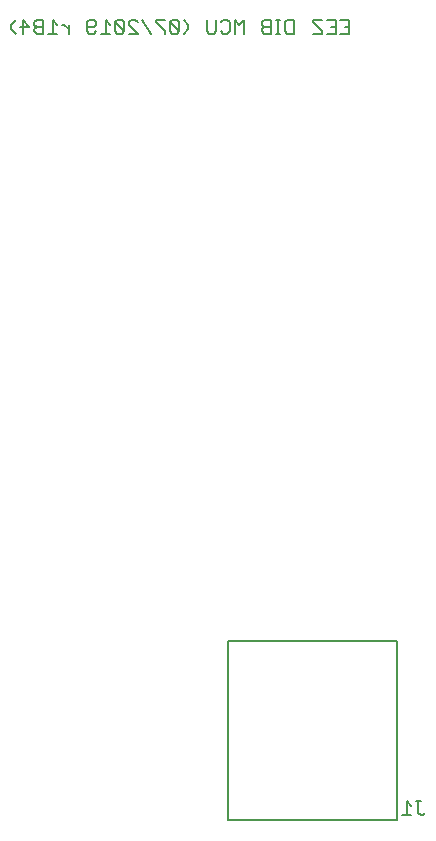
<source format=gbo>
G75*
%MOIN*%
%OFA0B0*%
%FSLAX25Y25*%
%IPPOS*%
%LPD*%
%AMOC8*
5,1,8,0,0,1.08239X$1,22.5*
%
%ADD10C,0.00500*%
D10*
X0241660Y0156020D02*
X0297762Y0156020D01*
X0297762Y0215862D01*
X0241660Y0215862D01*
X0241660Y0156020D01*
X0299637Y0157789D02*
X0302639Y0157789D01*
X0301138Y0157789D02*
X0301138Y0162293D01*
X0302639Y0160792D01*
X0304240Y0162293D02*
X0305742Y0162293D01*
X0304991Y0162293D02*
X0304991Y0158540D01*
X0305742Y0157789D01*
X0306492Y0157789D01*
X0307243Y0158540D01*
X0282048Y0418211D02*
X0279045Y0418211D01*
X0277444Y0418211D02*
X0274441Y0418211D01*
X0272840Y0418211D02*
X0269837Y0418211D01*
X0272840Y0418211D02*
X0272840Y0418962D01*
X0269837Y0421965D01*
X0269837Y0422715D01*
X0272840Y0422715D01*
X0274441Y0422715D02*
X0277444Y0422715D01*
X0277444Y0418211D01*
X0277444Y0420463D02*
X0275943Y0420463D01*
X0279045Y0422715D02*
X0282048Y0422715D01*
X0282048Y0418211D01*
X0282048Y0420463D02*
X0280546Y0420463D01*
X0263632Y0418211D02*
X0261380Y0418211D01*
X0260630Y0418962D01*
X0260630Y0421965D01*
X0261380Y0422715D01*
X0263632Y0422715D01*
X0263632Y0418211D01*
X0259028Y0418211D02*
X0257527Y0418211D01*
X0258277Y0418211D02*
X0258277Y0422715D01*
X0257527Y0422715D02*
X0259028Y0422715D01*
X0255959Y0422715D02*
X0255959Y0418211D01*
X0253707Y0418211D01*
X0252956Y0418962D01*
X0252956Y0419713D01*
X0253707Y0420463D01*
X0255959Y0420463D01*
X0253707Y0420463D02*
X0252956Y0421214D01*
X0252956Y0421965D01*
X0253707Y0422715D01*
X0255959Y0422715D01*
X0246751Y0422715D02*
X0246751Y0418211D01*
X0243748Y0418211D02*
X0243748Y0422715D01*
X0245250Y0421214D01*
X0246751Y0422715D01*
X0242147Y0421965D02*
X0242147Y0418962D01*
X0241396Y0418211D01*
X0239895Y0418211D01*
X0239145Y0418962D01*
X0237543Y0418962D02*
X0236793Y0418211D01*
X0235291Y0418211D01*
X0234541Y0418962D01*
X0234541Y0422715D01*
X0237543Y0422715D02*
X0237543Y0418962D01*
X0239145Y0421965D02*
X0239895Y0422715D01*
X0241396Y0422715D01*
X0242147Y0421965D01*
X0228335Y0421214D02*
X0226834Y0422715D01*
X0225266Y0421965D02*
X0225266Y0418962D01*
X0222263Y0421965D01*
X0222263Y0418962D01*
X0223014Y0418211D01*
X0224515Y0418211D01*
X0225266Y0418962D01*
X0226834Y0418211D02*
X0228335Y0419713D01*
X0228335Y0421214D01*
X0225266Y0421965D02*
X0224515Y0422715D01*
X0223014Y0422715D01*
X0222263Y0421965D01*
X0220662Y0422715D02*
X0217660Y0422715D01*
X0217660Y0421965D01*
X0220662Y0418962D01*
X0220662Y0418211D01*
X0216058Y0418211D02*
X0213056Y0422715D01*
X0211454Y0421965D02*
X0210704Y0422715D01*
X0209202Y0422715D01*
X0208452Y0421965D01*
X0208452Y0421214D01*
X0211454Y0418211D01*
X0208452Y0418211D01*
X0206850Y0418962D02*
X0203848Y0421965D01*
X0203848Y0418962D01*
X0204598Y0418211D01*
X0206100Y0418211D01*
X0206850Y0418962D01*
X0206850Y0421965D01*
X0206100Y0422715D01*
X0204598Y0422715D01*
X0203848Y0421965D01*
X0202246Y0421214D02*
X0200745Y0422715D01*
X0200745Y0418211D01*
X0202246Y0418211D02*
X0199244Y0418211D01*
X0197642Y0418962D02*
X0196892Y0418211D01*
X0195391Y0418211D01*
X0194640Y0418962D01*
X0194640Y0421965D01*
X0195391Y0422715D01*
X0196892Y0422715D01*
X0197642Y0421965D01*
X0197642Y0421214D01*
X0196892Y0420463D01*
X0194640Y0420463D01*
X0188435Y0419713D02*
X0186933Y0421214D01*
X0186183Y0421214D01*
X0184598Y0421214D02*
X0183097Y0422715D01*
X0183097Y0418211D01*
X0184598Y0418211D02*
X0181595Y0418211D01*
X0179994Y0418211D02*
X0177742Y0418211D01*
X0176992Y0418962D01*
X0176992Y0419713D01*
X0177742Y0420463D01*
X0179994Y0420463D01*
X0179994Y0418211D02*
X0179994Y0422715D01*
X0177742Y0422715D01*
X0176992Y0421965D01*
X0176992Y0421214D01*
X0177742Y0420463D01*
X0175390Y0420463D02*
X0172388Y0420463D01*
X0173138Y0418211D02*
X0173138Y0422715D01*
X0175390Y0420463D01*
X0170786Y0418211D02*
X0169285Y0419713D01*
X0169285Y0421214D01*
X0170786Y0422715D01*
X0188435Y0421214D02*
X0188435Y0418211D01*
M02*

</source>
